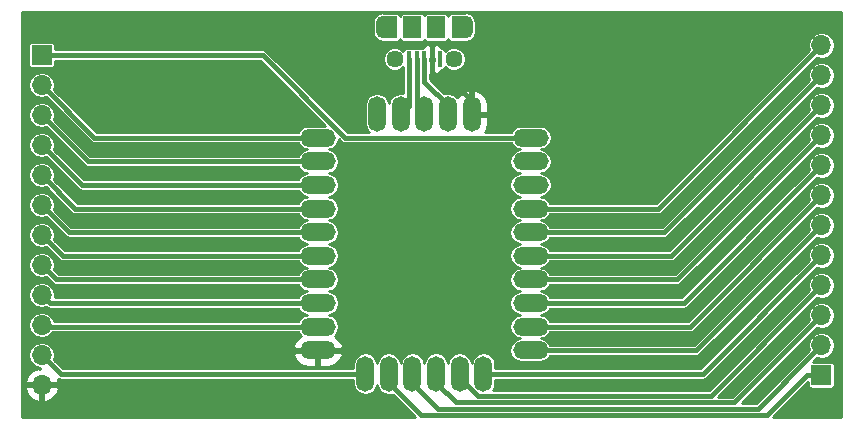
<source format=gbr>
G04 #@! TF.FileFunction,Copper,L2,Bot,Signal*
%FSLAX46Y46*%
G04 Gerber Fmt 4.6, Leading zero omitted, Abs format (unit mm)*
G04 Created by KiCad (PCBNEW 4.0.4-stable) date 07/06/18 22:55:52*
%MOMM*%
%LPD*%
G01*
G04 APERTURE LIST*
%ADD10C,0.100000*%
%ADD11R,1.700000X1.700000*%
%ADD12O,1.700000X1.700000*%
%ADD13R,1.500000X1.900000*%
%ADD14C,1.450000*%
%ADD15R,0.400000X1.350000*%
%ADD16O,1.200000X1.900000*%
%ADD17R,1.200000X1.900000*%
%ADD18O,3.000000X1.500000*%
%ADD19O,1.500000X3.000000*%
%ADD20C,0.600000*%
%ADD21C,0.400000*%
%ADD22C,0.254000*%
G04 APERTURE END LIST*
D10*
D11*
X102620000Y-69350000D03*
D12*
X102620000Y-71890000D03*
X102620000Y-74430000D03*
X102620000Y-76970000D03*
X102620000Y-79510000D03*
X102620000Y-82050000D03*
X102620000Y-84590000D03*
X102620000Y-87130000D03*
X102620000Y-89670000D03*
X102620000Y-92210000D03*
X102620000Y-94750000D03*
X102620000Y-97290000D03*
D13*
X136000000Y-67000000D03*
D14*
X132500000Y-69700000D03*
D15*
X134350000Y-69700000D03*
X133700000Y-69700000D03*
X136300000Y-69700000D03*
X135650000Y-69700000D03*
X135000000Y-69700000D03*
D14*
X137500000Y-69700000D03*
D13*
X134000000Y-67000000D03*
D16*
X131500000Y-67000000D03*
X138500000Y-67000000D03*
D17*
X137900000Y-67000000D03*
X132100000Y-67000000D03*
D18*
X144000000Y-86350000D03*
X144000000Y-84350000D03*
X144000000Y-82350000D03*
X144000000Y-80350000D03*
X144000000Y-92350000D03*
X144000000Y-88350000D03*
X144000000Y-94350000D03*
X144000000Y-90350000D03*
X144000000Y-78350000D03*
X144000000Y-76350000D03*
D19*
X140000000Y-96350000D03*
X138000000Y-96350000D03*
X136000000Y-96350000D03*
X134000000Y-96350000D03*
X132000000Y-96350000D03*
X130000000Y-96350000D03*
D18*
X126000000Y-82350000D03*
X126000000Y-80350000D03*
X126000000Y-84350000D03*
X126000000Y-86350000D03*
X126000000Y-78350000D03*
X126000000Y-76350000D03*
X126000000Y-92350000D03*
X126000000Y-94350000D03*
X126000000Y-88350000D03*
X126000000Y-90350000D03*
D19*
X137000000Y-74350000D03*
X133000000Y-74350000D03*
X139000000Y-74350000D03*
X135000000Y-74350000D03*
X131000000Y-74350000D03*
D11*
X168620000Y-96470000D03*
D12*
X168620000Y-93930000D03*
X168620000Y-91390000D03*
X168620000Y-88850000D03*
X168620000Y-86310000D03*
X168620000Y-83770000D03*
X168620000Y-81230000D03*
X168620000Y-78690000D03*
X168620000Y-76150000D03*
X168620000Y-73610000D03*
X168620000Y-71070000D03*
X168620000Y-68530000D03*
D20*
X123120000Y-94350000D03*
X137620000Y-71850000D03*
D21*
X126000000Y-94350000D02*
X123120000Y-94350000D01*
X137620000Y-71850000D02*
X139000000Y-73230000D01*
X139000000Y-73230000D02*
X139000000Y-74350000D01*
X135650000Y-69700000D02*
X135650000Y-70775000D01*
X135650000Y-70775000D02*
X136725000Y-71850000D01*
X136725000Y-71850000D02*
X137620000Y-71850000D01*
X144000000Y-86350000D02*
X155880000Y-86350000D01*
X155880000Y-86350000D02*
X168620000Y-73610000D01*
X144000000Y-84350000D02*
X155340000Y-84350000D01*
X155340000Y-84350000D02*
X168620000Y-71070000D01*
X144000000Y-82350000D02*
X154800000Y-82350000D01*
X154800000Y-82350000D02*
X168620000Y-68530000D01*
X144000000Y-92350000D02*
X157500000Y-92350000D01*
X157500000Y-92350000D02*
X168620000Y-81230000D01*
X144000000Y-88350000D02*
X156420000Y-88350000D01*
X156420000Y-88350000D02*
X168620000Y-76150000D01*
X144000000Y-94350000D02*
X158040000Y-94350000D01*
X158040000Y-94350000D02*
X168620000Y-83770000D01*
X144000000Y-90350000D02*
X156960000Y-90350000D01*
X156960000Y-90350000D02*
X168620000Y-78690000D01*
X102620000Y-69350000D02*
X121305649Y-69350000D01*
X121305649Y-69350000D02*
X128305649Y-76350000D01*
X128305649Y-76350000D02*
X142100000Y-76350000D01*
X142100000Y-76350000D02*
X144000000Y-76350000D01*
X140000000Y-96350000D02*
X158580000Y-96350000D01*
X158580000Y-96350000D02*
X168620000Y-86310000D01*
X139544361Y-98200010D02*
X159269990Y-98200010D01*
X138000000Y-96350000D02*
X138000000Y-96655649D01*
X138000000Y-96655649D02*
X139544361Y-98200010D01*
X159269990Y-98200010D02*
X167770001Y-89699999D01*
X167770001Y-89699999D02*
X168620000Y-88850000D01*
X136000000Y-97100000D02*
X137650021Y-98750021D01*
X161259979Y-98750021D02*
X167770001Y-92239999D01*
X167770001Y-92239999D02*
X168620000Y-91390000D01*
X136000000Y-96350000D02*
X136000000Y-97100000D01*
X137650021Y-98750021D02*
X161259979Y-98750021D01*
X167770001Y-94779999D02*
X168620000Y-93930000D01*
X136200032Y-99300032D02*
X163249968Y-99300032D01*
X134000000Y-97100000D02*
X136200032Y-99300032D01*
X134000000Y-96350000D02*
X134000000Y-97100000D01*
X163249968Y-99300032D02*
X167770001Y-94779999D01*
X167370000Y-96470000D02*
X168620000Y-96470000D01*
X163989957Y-99850043D02*
X167370000Y-96470000D01*
X134750043Y-99850043D02*
X163989957Y-99850043D01*
X132000000Y-97100000D02*
X134750043Y-99850043D01*
X132000000Y-96350000D02*
X132000000Y-97100000D01*
X130000000Y-96350000D02*
X104220000Y-96350000D01*
X104220000Y-96350000D02*
X102620000Y-94750000D01*
X126000000Y-82350000D02*
X105460000Y-82350000D01*
X105460000Y-82350000D02*
X102620000Y-79510000D01*
X126000000Y-80350000D02*
X106000000Y-80350000D01*
X106000000Y-80350000D02*
X102620000Y-76970000D01*
X126000000Y-84350000D02*
X104920000Y-84350000D01*
X104920000Y-84350000D02*
X102620000Y-82050000D01*
X126000000Y-86350000D02*
X104380000Y-86350000D01*
X104380000Y-86350000D02*
X102620000Y-84590000D01*
X126000000Y-78350000D02*
X106540000Y-78350000D01*
X106540000Y-78350000D02*
X102620000Y-74430000D01*
X126000000Y-76350000D02*
X107080000Y-76350000D01*
X107080000Y-76350000D02*
X102620000Y-71890000D01*
X126000000Y-92350000D02*
X102760000Y-92350000D01*
X102760000Y-92350000D02*
X102620000Y-92210000D01*
X126000000Y-88350000D02*
X103840000Y-88350000D01*
X103840000Y-88350000D02*
X102620000Y-87130000D01*
X126000000Y-90350000D02*
X103300000Y-90350000D01*
X103300000Y-90350000D02*
X102620000Y-89670000D01*
X134350000Y-69700000D02*
X134350000Y-73700000D01*
X134350000Y-73700000D02*
X135000000Y-74350000D01*
X135000000Y-69700000D02*
X135000000Y-71600000D01*
X135000000Y-71600000D02*
X137000000Y-73600000D01*
X137000000Y-73600000D02*
X137000000Y-74350000D01*
X133700000Y-69700000D02*
X133700000Y-73650000D01*
X133700000Y-73650000D02*
X133000000Y-74350000D01*
D22*
G36*
X170293000Y-100023000D02*
X164491580Y-100023000D01*
X167487574Y-97027006D01*
X167487574Y-97320000D01*
X167506889Y-97422650D01*
X167567555Y-97516927D01*
X167660120Y-97580175D01*
X167770000Y-97602426D01*
X169470000Y-97602426D01*
X169572650Y-97583111D01*
X169666927Y-97522445D01*
X169730175Y-97429880D01*
X169752426Y-97320000D01*
X169752426Y-95620000D01*
X169733111Y-95517350D01*
X169672445Y-95423073D01*
X169579880Y-95359825D01*
X169470000Y-95337574D01*
X167887006Y-95337574D01*
X168238978Y-94985602D01*
X168597921Y-95057000D01*
X168642079Y-95057000D01*
X169073363Y-94971212D01*
X169438988Y-94726909D01*
X169683291Y-94361284D01*
X169769079Y-93930000D01*
X169683291Y-93498716D01*
X169438988Y-93133091D01*
X169073363Y-92888788D01*
X168642079Y-92803000D01*
X168597921Y-92803000D01*
X168166637Y-92888788D01*
X167801012Y-93133091D01*
X167556709Y-93498716D01*
X167470921Y-93930000D01*
X167549646Y-94325774D01*
X163052388Y-98823032D01*
X161861548Y-98823032D01*
X168238978Y-92445602D01*
X168597921Y-92517000D01*
X168642079Y-92517000D01*
X169073363Y-92431212D01*
X169438988Y-92186909D01*
X169683291Y-91821284D01*
X169769079Y-91390000D01*
X169683291Y-90958716D01*
X169438988Y-90593091D01*
X169073363Y-90348788D01*
X168642079Y-90263000D01*
X168597921Y-90263000D01*
X168166637Y-90348788D01*
X167801012Y-90593091D01*
X167556709Y-90958716D01*
X167470921Y-91390000D01*
X167549646Y-91785774D01*
X161062399Y-98273021D01*
X159871559Y-98273021D01*
X168238978Y-89905602D01*
X168597921Y-89977000D01*
X168642079Y-89977000D01*
X169073363Y-89891212D01*
X169438988Y-89646909D01*
X169683291Y-89281284D01*
X169769079Y-88850000D01*
X169683291Y-88418716D01*
X169438988Y-88053091D01*
X169073363Y-87808788D01*
X168642079Y-87723000D01*
X168597921Y-87723000D01*
X168166637Y-87808788D01*
X167801012Y-88053091D01*
X167556709Y-88418716D01*
X167470921Y-88850000D01*
X167549646Y-89245774D01*
X159072410Y-97723010D01*
X140818409Y-97723010D01*
X140948824Y-97527829D01*
X141027000Y-97134813D01*
X141027000Y-96827000D01*
X158580000Y-96827000D01*
X158762540Y-96790691D01*
X158917290Y-96687290D01*
X168238978Y-87365602D01*
X168597921Y-87437000D01*
X168642079Y-87437000D01*
X169073363Y-87351212D01*
X169438988Y-87106909D01*
X169683291Y-86741284D01*
X169769079Y-86310000D01*
X169683291Y-85878716D01*
X169438988Y-85513091D01*
X169073363Y-85268788D01*
X168642079Y-85183000D01*
X168597921Y-85183000D01*
X168166637Y-85268788D01*
X167801012Y-85513091D01*
X167556709Y-85878716D01*
X167470921Y-86310000D01*
X167549646Y-86705774D01*
X158382420Y-95873000D01*
X141027000Y-95873000D01*
X141027000Y-95565187D01*
X140948824Y-95172171D01*
X140726199Y-94838988D01*
X140393016Y-94616363D01*
X140000000Y-94538187D01*
X139606984Y-94616363D01*
X139273801Y-94838988D01*
X139051176Y-95172171D01*
X139000000Y-95429449D01*
X138948824Y-95172171D01*
X138726199Y-94838988D01*
X138393016Y-94616363D01*
X138000000Y-94538187D01*
X137606984Y-94616363D01*
X137273801Y-94838988D01*
X137051176Y-95172171D01*
X137000000Y-95429449D01*
X136948824Y-95172171D01*
X136726199Y-94838988D01*
X136393016Y-94616363D01*
X136000000Y-94538187D01*
X135606984Y-94616363D01*
X135273801Y-94838988D01*
X135051176Y-95172171D01*
X135000000Y-95429449D01*
X134948824Y-95172171D01*
X134726199Y-94838988D01*
X134393016Y-94616363D01*
X134000000Y-94538187D01*
X133606984Y-94616363D01*
X133273801Y-94838988D01*
X133051176Y-95172171D01*
X133000000Y-95429449D01*
X132948824Y-95172171D01*
X132726199Y-94838988D01*
X132393016Y-94616363D01*
X132000000Y-94538187D01*
X131606984Y-94616363D01*
X131273801Y-94838988D01*
X131051176Y-95172171D01*
X131000000Y-95429449D01*
X130948824Y-95172171D01*
X130726199Y-94838988D01*
X130393016Y-94616363D01*
X130000000Y-94538187D01*
X129606984Y-94616363D01*
X129273801Y-94838988D01*
X129051176Y-95172171D01*
X128973000Y-95565187D01*
X128973000Y-95873000D01*
X104417580Y-95873000D01*
X103690354Y-95145774D01*
X103769079Y-94750000D01*
X103757380Y-94691185D01*
X123907682Y-94691185D01*
X123921827Y-94762684D01*
X124180855Y-95239540D01*
X124602651Y-95580972D01*
X125123000Y-95735000D01*
X125873000Y-95735000D01*
X125873000Y-94477000D01*
X126127000Y-94477000D01*
X126127000Y-95735000D01*
X126877000Y-95735000D01*
X127397349Y-95580972D01*
X127819145Y-95239540D01*
X128078173Y-94762684D01*
X128092318Y-94691185D01*
X127969656Y-94477000D01*
X126127000Y-94477000D01*
X125873000Y-94477000D01*
X124030344Y-94477000D01*
X123907682Y-94691185D01*
X103757380Y-94691185D01*
X103683291Y-94318716D01*
X103438988Y-93953091D01*
X103073363Y-93708788D01*
X102642079Y-93623000D01*
X102597921Y-93623000D01*
X102166637Y-93708788D01*
X101801012Y-93953091D01*
X101556709Y-94318716D01*
X101470921Y-94750000D01*
X101556709Y-95181284D01*
X101801012Y-95546909D01*
X102166637Y-95791212D01*
X102492998Y-95856129D01*
X102492998Y-95969180D01*
X102263108Y-95848514D01*
X101738642Y-96094817D01*
X101348355Y-96523076D01*
X101178524Y-96933110D01*
X101299845Y-97163000D01*
X102493000Y-97163000D01*
X102493000Y-97143000D01*
X102747000Y-97143000D01*
X102747000Y-97163000D01*
X103940155Y-97163000D01*
X104061476Y-96933110D01*
X103989106Y-96758382D01*
X104037460Y-96790691D01*
X104220000Y-96827000D01*
X128973000Y-96827000D01*
X128973000Y-97134813D01*
X129051176Y-97527829D01*
X129273801Y-97861012D01*
X129606984Y-98083637D01*
X130000000Y-98161813D01*
X130393016Y-98083637D01*
X130726199Y-97861012D01*
X130948824Y-97527829D01*
X131000000Y-97270551D01*
X131051176Y-97527829D01*
X131273801Y-97861012D01*
X131606984Y-98083637D01*
X132000000Y-98161813D01*
X132322987Y-98097567D01*
X134248420Y-100023000D01*
X100947000Y-100023000D01*
X100947000Y-97646890D01*
X101178524Y-97646890D01*
X101348355Y-98056924D01*
X101738642Y-98485183D01*
X102263108Y-98731486D01*
X102493000Y-98610819D01*
X102493000Y-97417000D01*
X102747000Y-97417000D01*
X102747000Y-98610819D01*
X102976892Y-98731486D01*
X103501358Y-98485183D01*
X103891645Y-98056924D01*
X104061476Y-97646890D01*
X103940155Y-97417000D01*
X102747000Y-97417000D01*
X102493000Y-97417000D01*
X101299845Y-97417000D01*
X101178524Y-97646890D01*
X100947000Y-97646890D01*
X100947000Y-71890000D01*
X101470921Y-71890000D01*
X101556709Y-72321284D01*
X101801012Y-72686909D01*
X102166637Y-72931212D01*
X102597921Y-73017000D01*
X102642079Y-73017000D01*
X103001022Y-72945602D01*
X106742710Y-76687290D01*
X106897459Y-76790691D01*
X107080000Y-76827000D01*
X124322479Y-76827000D01*
X124488988Y-77076199D01*
X124822171Y-77298824D01*
X125079449Y-77350000D01*
X124822171Y-77401176D01*
X124488988Y-77623801D01*
X124322479Y-77873000D01*
X106737580Y-77873000D01*
X103690354Y-74825774D01*
X103769079Y-74430000D01*
X103683291Y-73998716D01*
X103438988Y-73633091D01*
X103073363Y-73388788D01*
X102642079Y-73303000D01*
X102597921Y-73303000D01*
X102166637Y-73388788D01*
X101801012Y-73633091D01*
X101556709Y-73998716D01*
X101470921Y-74430000D01*
X101556709Y-74861284D01*
X101801012Y-75226909D01*
X102166637Y-75471212D01*
X102597921Y-75557000D01*
X102642079Y-75557000D01*
X103001022Y-75485602D01*
X106202710Y-78687290D01*
X106357460Y-78790691D01*
X106540000Y-78827000D01*
X124322479Y-78827000D01*
X124488988Y-79076199D01*
X124822171Y-79298824D01*
X125079449Y-79350000D01*
X124822171Y-79401176D01*
X124488988Y-79623801D01*
X124322479Y-79873000D01*
X106197580Y-79873000D01*
X103690354Y-77365774D01*
X103769079Y-76970000D01*
X103683291Y-76538716D01*
X103438988Y-76173091D01*
X103073363Y-75928788D01*
X102642079Y-75843000D01*
X102597921Y-75843000D01*
X102166637Y-75928788D01*
X101801012Y-76173091D01*
X101556709Y-76538716D01*
X101470921Y-76970000D01*
X101556709Y-77401284D01*
X101801012Y-77766909D01*
X102166637Y-78011212D01*
X102597921Y-78097000D01*
X102642079Y-78097000D01*
X103001022Y-78025602D01*
X105662710Y-80687290D01*
X105817460Y-80790691D01*
X106000000Y-80827000D01*
X124322479Y-80827000D01*
X124488988Y-81076199D01*
X124822171Y-81298824D01*
X125079449Y-81350000D01*
X124822171Y-81401176D01*
X124488988Y-81623801D01*
X124322479Y-81873000D01*
X105657580Y-81873000D01*
X103690354Y-79905774D01*
X103769079Y-79510000D01*
X103683291Y-79078716D01*
X103438988Y-78713091D01*
X103073363Y-78468788D01*
X102642079Y-78383000D01*
X102597921Y-78383000D01*
X102166637Y-78468788D01*
X101801012Y-78713091D01*
X101556709Y-79078716D01*
X101470921Y-79510000D01*
X101556709Y-79941284D01*
X101801012Y-80306909D01*
X102166637Y-80551212D01*
X102597921Y-80637000D01*
X102642079Y-80637000D01*
X103001022Y-80565602D01*
X105122710Y-82687290D01*
X105277460Y-82790691D01*
X105460000Y-82827000D01*
X124322479Y-82827000D01*
X124488988Y-83076199D01*
X124822171Y-83298824D01*
X125079449Y-83350000D01*
X124822171Y-83401176D01*
X124488988Y-83623801D01*
X124322479Y-83873000D01*
X105117580Y-83873000D01*
X103690354Y-82445774D01*
X103769079Y-82050000D01*
X103683291Y-81618716D01*
X103438988Y-81253091D01*
X103073363Y-81008788D01*
X102642079Y-80923000D01*
X102597921Y-80923000D01*
X102166637Y-81008788D01*
X101801012Y-81253091D01*
X101556709Y-81618716D01*
X101470921Y-82050000D01*
X101556709Y-82481284D01*
X101801012Y-82846909D01*
X102166637Y-83091212D01*
X102597921Y-83177000D01*
X102642079Y-83177000D01*
X103001022Y-83105602D01*
X104582710Y-84687290D01*
X104737460Y-84790691D01*
X104920000Y-84827000D01*
X124322479Y-84827000D01*
X124488988Y-85076199D01*
X124822171Y-85298824D01*
X125079449Y-85350000D01*
X124822171Y-85401176D01*
X124488988Y-85623801D01*
X124322479Y-85873000D01*
X104577580Y-85873000D01*
X103690354Y-84985774D01*
X103769079Y-84590000D01*
X103683291Y-84158716D01*
X103438988Y-83793091D01*
X103073363Y-83548788D01*
X102642079Y-83463000D01*
X102597921Y-83463000D01*
X102166637Y-83548788D01*
X101801012Y-83793091D01*
X101556709Y-84158716D01*
X101470921Y-84590000D01*
X101556709Y-85021284D01*
X101801012Y-85386909D01*
X102166637Y-85631212D01*
X102597921Y-85717000D01*
X102642079Y-85717000D01*
X103001022Y-85645602D01*
X104042710Y-86687290D01*
X104197460Y-86790691D01*
X104380000Y-86827000D01*
X124322479Y-86827000D01*
X124488988Y-87076199D01*
X124822171Y-87298824D01*
X125079449Y-87350000D01*
X124822171Y-87401176D01*
X124488988Y-87623801D01*
X124322479Y-87873000D01*
X104037580Y-87873000D01*
X103690354Y-87525774D01*
X103769079Y-87130000D01*
X103683291Y-86698716D01*
X103438988Y-86333091D01*
X103073363Y-86088788D01*
X102642079Y-86003000D01*
X102597921Y-86003000D01*
X102166637Y-86088788D01*
X101801012Y-86333091D01*
X101556709Y-86698716D01*
X101470921Y-87130000D01*
X101556709Y-87561284D01*
X101801012Y-87926909D01*
X102166637Y-88171212D01*
X102597921Y-88257000D01*
X102642079Y-88257000D01*
X103001022Y-88185602D01*
X103502710Y-88687290D01*
X103657460Y-88790691D01*
X103840000Y-88827000D01*
X124322479Y-88827000D01*
X124488988Y-89076199D01*
X124822171Y-89298824D01*
X125079449Y-89350000D01*
X124822171Y-89401176D01*
X124488988Y-89623801D01*
X124322479Y-89873000D01*
X103728700Y-89873000D01*
X103769079Y-89670000D01*
X103683291Y-89238716D01*
X103438988Y-88873091D01*
X103073363Y-88628788D01*
X102642079Y-88543000D01*
X102597921Y-88543000D01*
X102166637Y-88628788D01*
X101801012Y-88873091D01*
X101556709Y-89238716D01*
X101470921Y-89670000D01*
X101556709Y-90101284D01*
X101801012Y-90466909D01*
X102166637Y-90711212D01*
X102597921Y-90797000D01*
X102642079Y-90797000D01*
X103015683Y-90722685D01*
X103117460Y-90790691D01*
X103300000Y-90827000D01*
X124322479Y-90827000D01*
X124488988Y-91076199D01*
X124822171Y-91298824D01*
X125079449Y-91350000D01*
X124822171Y-91401176D01*
X124488988Y-91623801D01*
X124322479Y-91873000D01*
X103702045Y-91873000D01*
X103683291Y-91778716D01*
X103438988Y-91413091D01*
X103073363Y-91168788D01*
X102642079Y-91083000D01*
X102597921Y-91083000D01*
X102166637Y-91168788D01*
X101801012Y-91413091D01*
X101556709Y-91778716D01*
X101470921Y-92210000D01*
X101556709Y-92641284D01*
X101801012Y-93006909D01*
X102166637Y-93251212D01*
X102597921Y-93337000D01*
X102642079Y-93337000D01*
X103073363Y-93251212D01*
X103438988Y-93006909D01*
X103559199Y-92827000D01*
X124322479Y-92827000D01*
X124488988Y-93076199D01*
X124580238Y-93137170D01*
X124180855Y-93460460D01*
X123921827Y-93937316D01*
X123907682Y-94008815D01*
X124030344Y-94223000D01*
X125873000Y-94223000D01*
X125873000Y-94203000D01*
X126127000Y-94203000D01*
X126127000Y-94223000D01*
X127969656Y-94223000D01*
X128092318Y-94008815D01*
X128078173Y-93937316D01*
X127819145Y-93460460D01*
X127419762Y-93137170D01*
X127511012Y-93076199D01*
X127733637Y-92743016D01*
X127811813Y-92350000D01*
X127733637Y-91956984D01*
X127511012Y-91623801D01*
X127177829Y-91401176D01*
X126920551Y-91350000D01*
X127177829Y-91298824D01*
X127511012Y-91076199D01*
X127733637Y-90743016D01*
X127811813Y-90350000D01*
X127733637Y-89956984D01*
X127511012Y-89623801D01*
X127177829Y-89401176D01*
X126920551Y-89350000D01*
X127177829Y-89298824D01*
X127511012Y-89076199D01*
X127733637Y-88743016D01*
X127811813Y-88350000D01*
X127733637Y-87956984D01*
X127511012Y-87623801D01*
X127177829Y-87401176D01*
X126920551Y-87350000D01*
X127177829Y-87298824D01*
X127511012Y-87076199D01*
X127733637Y-86743016D01*
X127811813Y-86350000D01*
X127733637Y-85956984D01*
X127511012Y-85623801D01*
X127177829Y-85401176D01*
X126920551Y-85350000D01*
X127177829Y-85298824D01*
X127511012Y-85076199D01*
X127733637Y-84743016D01*
X127811813Y-84350000D01*
X127733637Y-83956984D01*
X127511012Y-83623801D01*
X127177829Y-83401176D01*
X126920551Y-83350000D01*
X127177829Y-83298824D01*
X127511012Y-83076199D01*
X127733637Y-82743016D01*
X127811813Y-82350000D01*
X127733637Y-81956984D01*
X127511012Y-81623801D01*
X127177829Y-81401176D01*
X126920551Y-81350000D01*
X127177829Y-81298824D01*
X127511012Y-81076199D01*
X127733637Y-80743016D01*
X127811813Y-80350000D01*
X127733637Y-79956984D01*
X127511012Y-79623801D01*
X127177829Y-79401176D01*
X126920551Y-79350000D01*
X127177829Y-79298824D01*
X127511012Y-79076199D01*
X127733637Y-78743016D01*
X127811813Y-78350000D01*
X127733637Y-77956984D01*
X127511012Y-77623801D01*
X127177829Y-77401176D01*
X126920551Y-77350000D01*
X127177829Y-77298824D01*
X127511012Y-77076199D01*
X127733637Y-76743016D01*
X127781826Y-76500757D01*
X127968359Y-76687290D01*
X128123109Y-76790691D01*
X128305649Y-76827000D01*
X142322479Y-76827000D01*
X142488988Y-77076199D01*
X142822171Y-77298824D01*
X143079449Y-77350000D01*
X142822171Y-77401176D01*
X142488988Y-77623801D01*
X142266363Y-77956984D01*
X142188187Y-78350000D01*
X142266363Y-78743016D01*
X142488988Y-79076199D01*
X142822171Y-79298824D01*
X143079449Y-79350000D01*
X142822171Y-79401176D01*
X142488988Y-79623801D01*
X142266363Y-79956984D01*
X142188187Y-80350000D01*
X142266363Y-80743016D01*
X142488988Y-81076199D01*
X142822171Y-81298824D01*
X143079449Y-81350000D01*
X142822171Y-81401176D01*
X142488988Y-81623801D01*
X142266363Y-81956984D01*
X142188187Y-82350000D01*
X142266363Y-82743016D01*
X142488988Y-83076199D01*
X142822171Y-83298824D01*
X143079449Y-83350000D01*
X142822171Y-83401176D01*
X142488988Y-83623801D01*
X142266363Y-83956984D01*
X142188187Y-84350000D01*
X142266363Y-84743016D01*
X142488988Y-85076199D01*
X142822171Y-85298824D01*
X143079449Y-85350000D01*
X142822171Y-85401176D01*
X142488988Y-85623801D01*
X142266363Y-85956984D01*
X142188187Y-86350000D01*
X142266363Y-86743016D01*
X142488988Y-87076199D01*
X142822171Y-87298824D01*
X143079449Y-87350000D01*
X142822171Y-87401176D01*
X142488988Y-87623801D01*
X142266363Y-87956984D01*
X142188187Y-88350000D01*
X142266363Y-88743016D01*
X142488988Y-89076199D01*
X142822171Y-89298824D01*
X143079449Y-89350000D01*
X142822171Y-89401176D01*
X142488988Y-89623801D01*
X142266363Y-89956984D01*
X142188187Y-90350000D01*
X142266363Y-90743016D01*
X142488988Y-91076199D01*
X142822171Y-91298824D01*
X143079449Y-91350000D01*
X142822171Y-91401176D01*
X142488988Y-91623801D01*
X142266363Y-91956984D01*
X142188187Y-92350000D01*
X142266363Y-92743016D01*
X142488988Y-93076199D01*
X142822171Y-93298824D01*
X143079449Y-93350000D01*
X142822171Y-93401176D01*
X142488988Y-93623801D01*
X142266363Y-93956984D01*
X142188187Y-94350000D01*
X142266363Y-94743016D01*
X142488988Y-95076199D01*
X142822171Y-95298824D01*
X143215187Y-95377000D01*
X144784813Y-95377000D01*
X145177829Y-95298824D01*
X145511012Y-95076199D01*
X145677521Y-94827000D01*
X158040000Y-94827000D01*
X158222540Y-94790691D01*
X158377290Y-94687290D01*
X168238978Y-84825602D01*
X168597921Y-84897000D01*
X168642079Y-84897000D01*
X169073363Y-84811212D01*
X169438988Y-84566909D01*
X169683291Y-84201284D01*
X169769079Y-83770000D01*
X169683291Y-83338716D01*
X169438988Y-82973091D01*
X169073363Y-82728788D01*
X168642079Y-82643000D01*
X168597921Y-82643000D01*
X168166637Y-82728788D01*
X167801012Y-82973091D01*
X167556709Y-83338716D01*
X167470921Y-83770000D01*
X167549646Y-84165774D01*
X157842420Y-93873000D01*
X145677521Y-93873000D01*
X145511012Y-93623801D01*
X145177829Y-93401176D01*
X144920551Y-93350000D01*
X145177829Y-93298824D01*
X145511012Y-93076199D01*
X145677521Y-92827000D01*
X157500000Y-92827000D01*
X157682540Y-92790691D01*
X157837290Y-92687290D01*
X168238978Y-82285602D01*
X168597921Y-82357000D01*
X168642079Y-82357000D01*
X169073363Y-82271212D01*
X169438988Y-82026909D01*
X169683291Y-81661284D01*
X169769079Y-81230000D01*
X169683291Y-80798716D01*
X169438988Y-80433091D01*
X169073363Y-80188788D01*
X168642079Y-80103000D01*
X168597921Y-80103000D01*
X168166637Y-80188788D01*
X167801012Y-80433091D01*
X167556709Y-80798716D01*
X167470921Y-81230000D01*
X167549646Y-81625774D01*
X157302420Y-91873000D01*
X145677521Y-91873000D01*
X145511012Y-91623801D01*
X145177829Y-91401176D01*
X144920551Y-91350000D01*
X145177829Y-91298824D01*
X145511012Y-91076199D01*
X145677521Y-90827000D01*
X156960000Y-90827000D01*
X157142540Y-90790691D01*
X157297290Y-90687290D01*
X168238978Y-79745602D01*
X168597921Y-79817000D01*
X168642079Y-79817000D01*
X169073363Y-79731212D01*
X169438988Y-79486909D01*
X169683291Y-79121284D01*
X169769079Y-78690000D01*
X169683291Y-78258716D01*
X169438988Y-77893091D01*
X169073363Y-77648788D01*
X168642079Y-77563000D01*
X168597921Y-77563000D01*
X168166637Y-77648788D01*
X167801012Y-77893091D01*
X167556709Y-78258716D01*
X167470921Y-78690000D01*
X167549646Y-79085774D01*
X156762420Y-89873000D01*
X145677521Y-89873000D01*
X145511012Y-89623801D01*
X145177829Y-89401176D01*
X144920551Y-89350000D01*
X145177829Y-89298824D01*
X145511012Y-89076199D01*
X145677521Y-88827000D01*
X156420000Y-88827000D01*
X156602540Y-88790691D01*
X156757290Y-88687290D01*
X168238978Y-77205602D01*
X168597921Y-77277000D01*
X168642079Y-77277000D01*
X169073363Y-77191212D01*
X169438988Y-76946909D01*
X169683291Y-76581284D01*
X169769079Y-76150000D01*
X169683291Y-75718716D01*
X169438988Y-75353091D01*
X169073363Y-75108788D01*
X168642079Y-75023000D01*
X168597921Y-75023000D01*
X168166637Y-75108788D01*
X167801012Y-75353091D01*
X167556709Y-75718716D01*
X167470921Y-76150000D01*
X167549646Y-76545774D01*
X156222420Y-87873000D01*
X145677521Y-87873000D01*
X145511012Y-87623801D01*
X145177829Y-87401176D01*
X144920551Y-87350000D01*
X145177829Y-87298824D01*
X145511012Y-87076199D01*
X145677521Y-86827000D01*
X155880000Y-86827000D01*
X156062540Y-86790691D01*
X156217290Y-86687290D01*
X168238978Y-74665602D01*
X168597921Y-74737000D01*
X168642079Y-74737000D01*
X169073363Y-74651212D01*
X169438988Y-74406909D01*
X169683291Y-74041284D01*
X169769079Y-73610000D01*
X169683291Y-73178716D01*
X169438988Y-72813091D01*
X169073363Y-72568788D01*
X168642079Y-72483000D01*
X168597921Y-72483000D01*
X168166637Y-72568788D01*
X167801012Y-72813091D01*
X167556709Y-73178716D01*
X167470921Y-73610000D01*
X167549646Y-74005774D01*
X155682420Y-85873000D01*
X145677521Y-85873000D01*
X145511012Y-85623801D01*
X145177829Y-85401176D01*
X144920551Y-85350000D01*
X145177829Y-85298824D01*
X145511012Y-85076199D01*
X145677521Y-84827000D01*
X155340000Y-84827000D01*
X155522540Y-84790691D01*
X155677290Y-84687290D01*
X168238978Y-72125602D01*
X168597921Y-72197000D01*
X168642079Y-72197000D01*
X169073363Y-72111212D01*
X169438988Y-71866909D01*
X169683291Y-71501284D01*
X169769079Y-71070000D01*
X169683291Y-70638716D01*
X169438988Y-70273091D01*
X169073363Y-70028788D01*
X168642079Y-69943000D01*
X168597921Y-69943000D01*
X168166637Y-70028788D01*
X167801012Y-70273091D01*
X167556709Y-70638716D01*
X167470921Y-71070000D01*
X167549646Y-71465774D01*
X155142420Y-83873000D01*
X145677521Y-83873000D01*
X145511012Y-83623801D01*
X145177829Y-83401176D01*
X144920551Y-83350000D01*
X145177829Y-83298824D01*
X145511012Y-83076199D01*
X145677521Y-82827000D01*
X154800000Y-82827000D01*
X154982540Y-82790691D01*
X155137290Y-82687290D01*
X168238978Y-69585602D01*
X168597921Y-69657000D01*
X168642079Y-69657000D01*
X169073363Y-69571212D01*
X169438988Y-69326909D01*
X169683291Y-68961284D01*
X169769079Y-68530000D01*
X169683291Y-68098716D01*
X169438988Y-67733091D01*
X169073363Y-67488788D01*
X168642079Y-67403000D01*
X168597921Y-67403000D01*
X168166637Y-67488788D01*
X167801012Y-67733091D01*
X167556709Y-68098716D01*
X167470921Y-68530000D01*
X167549646Y-68925774D01*
X154602420Y-81873000D01*
X145677521Y-81873000D01*
X145511012Y-81623801D01*
X145177829Y-81401176D01*
X144920551Y-81350000D01*
X145177829Y-81298824D01*
X145511012Y-81076199D01*
X145733637Y-80743016D01*
X145811813Y-80350000D01*
X145733637Y-79956984D01*
X145511012Y-79623801D01*
X145177829Y-79401176D01*
X144920551Y-79350000D01*
X145177829Y-79298824D01*
X145511012Y-79076199D01*
X145733637Y-78743016D01*
X145811813Y-78350000D01*
X145733637Y-77956984D01*
X145511012Y-77623801D01*
X145177829Y-77401176D01*
X144920551Y-77350000D01*
X145177829Y-77298824D01*
X145511012Y-77076199D01*
X145733637Y-76743016D01*
X145811813Y-76350000D01*
X145733637Y-75956984D01*
X145511012Y-75623801D01*
X145177829Y-75401176D01*
X144784813Y-75323000D01*
X143215187Y-75323000D01*
X142822171Y-75401176D01*
X142488988Y-75623801D01*
X142322479Y-75873000D01*
X140129261Y-75873000D01*
X140230972Y-75747349D01*
X140385000Y-75227000D01*
X140385000Y-74477000D01*
X139127000Y-74477000D01*
X139127000Y-74497000D01*
X138873000Y-74497000D01*
X138873000Y-74477000D01*
X138853000Y-74477000D01*
X138853000Y-74223000D01*
X138873000Y-74223000D01*
X138873000Y-72380344D01*
X139127000Y-72380344D01*
X139127000Y-74223000D01*
X140385000Y-74223000D01*
X140385000Y-73473000D01*
X140230972Y-72952651D01*
X139889540Y-72530855D01*
X139412684Y-72271827D01*
X139341185Y-72257682D01*
X139127000Y-72380344D01*
X138873000Y-72380344D01*
X138658815Y-72257682D01*
X138587316Y-72271827D01*
X138110460Y-72530855D01*
X137787170Y-72930238D01*
X137726199Y-72838988D01*
X137393016Y-72616363D01*
X137000000Y-72538187D01*
X136677013Y-72602433D01*
X135477000Y-71402420D01*
X135477000Y-70924250D01*
X135550000Y-70851250D01*
X135550000Y-69827000D01*
X135503000Y-69827000D01*
X135503000Y-69573000D01*
X135550000Y-69573000D01*
X135550000Y-68548750D01*
X135750000Y-68548750D01*
X135750000Y-69573000D01*
X135797000Y-69573000D01*
X135797000Y-69827000D01*
X135750000Y-69827000D01*
X135750000Y-70851250D01*
X135908750Y-71010000D01*
X135976309Y-71010000D01*
X136209698Y-70913327D01*
X136388327Y-70734699D01*
X136420335Y-70657426D01*
X136500000Y-70657426D01*
X136602650Y-70638111D01*
X136696927Y-70577445D01*
X136760175Y-70484880D01*
X136778309Y-70395328D01*
X136931672Y-70548959D01*
X137299816Y-70701825D01*
X137698436Y-70702173D01*
X138066846Y-70549949D01*
X138348959Y-70268328D01*
X138501825Y-69900184D01*
X138502173Y-69501564D01*
X138349949Y-69133154D01*
X138068328Y-68851041D01*
X137700184Y-68698175D01*
X137301564Y-68697827D01*
X136933154Y-68850051D01*
X136778548Y-69004388D01*
X136763111Y-68922350D01*
X136702445Y-68828073D01*
X136609880Y-68764825D01*
X136500000Y-68742574D01*
X136420335Y-68742574D01*
X136388327Y-68665301D01*
X136209698Y-68486673D01*
X135976309Y-68390000D01*
X135908750Y-68390000D01*
X135750000Y-68548750D01*
X135550000Y-68548750D01*
X135391250Y-68390000D01*
X135323691Y-68390000D01*
X135090302Y-68486673D01*
X134911673Y-68665301D01*
X134879665Y-68742574D01*
X134800000Y-68742574D01*
X134697350Y-68761889D01*
X134675840Y-68775730D01*
X134659880Y-68764825D01*
X134550000Y-68742574D01*
X134150000Y-68742574D01*
X134047350Y-68761889D01*
X134025840Y-68775730D01*
X134009880Y-68764825D01*
X133900000Y-68742574D01*
X133500000Y-68742574D01*
X133397350Y-68761889D01*
X133303073Y-68822555D01*
X133239825Y-68915120D01*
X133221691Y-69004672D01*
X133068328Y-68851041D01*
X132700184Y-68698175D01*
X132301564Y-68697827D01*
X131933154Y-68850051D01*
X131651041Y-69131672D01*
X131498175Y-69499816D01*
X131497827Y-69898436D01*
X131650051Y-70266846D01*
X131931672Y-70548959D01*
X132299816Y-70701825D01*
X132698436Y-70702173D01*
X133066846Y-70549949D01*
X133221452Y-70395612D01*
X133223000Y-70403837D01*
X133223000Y-72582545D01*
X133000000Y-72538187D01*
X132606984Y-72616363D01*
X132273801Y-72838988D01*
X132051176Y-73172171D01*
X132000000Y-73429449D01*
X131948824Y-73172171D01*
X131726199Y-72838988D01*
X131393016Y-72616363D01*
X131000000Y-72538187D01*
X130606984Y-72616363D01*
X130273801Y-72838988D01*
X130051176Y-73172171D01*
X129973000Y-73565187D01*
X129973000Y-75134813D01*
X130051176Y-75527829D01*
X130273801Y-75861012D01*
X130291742Y-75873000D01*
X128503229Y-75873000D01*
X121642939Y-69012710D01*
X121488189Y-68909309D01*
X121305649Y-68873000D01*
X103752426Y-68873000D01*
X103752426Y-68500000D01*
X103733111Y-68397350D01*
X103672445Y-68303073D01*
X103579880Y-68239825D01*
X103470000Y-68217574D01*
X101770000Y-68217574D01*
X101667350Y-68236889D01*
X101573073Y-68297555D01*
X101509825Y-68390120D01*
X101487574Y-68500000D01*
X101487574Y-70200000D01*
X101506889Y-70302650D01*
X101567555Y-70396927D01*
X101660120Y-70460175D01*
X101770000Y-70482426D01*
X103470000Y-70482426D01*
X103572650Y-70463111D01*
X103666927Y-70402445D01*
X103730175Y-70309880D01*
X103752426Y-70200000D01*
X103752426Y-69827000D01*
X121108069Y-69827000D01*
X126604069Y-75323000D01*
X125215187Y-75323000D01*
X124822171Y-75401176D01*
X124488988Y-75623801D01*
X124322479Y-75873000D01*
X107277580Y-75873000D01*
X103690354Y-72285774D01*
X103769079Y-71890000D01*
X103683291Y-71458716D01*
X103438988Y-71093091D01*
X103073363Y-70848788D01*
X102642079Y-70763000D01*
X102597921Y-70763000D01*
X102166637Y-70848788D01*
X101801012Y-71093091D01*
X101556709Y-71458716D01*
X101470921Y-71890000D01*
X100947000Y-71890000D01*
X100947000Y-66625962D01*
X130623000Y-66625962D01*
X130623000Y-67374038D01*
X130689758Y-67709651D01*
X130879867Y-67994171D01*
X131164387Y-68184280D01*
X131500000Y-68251038D01*
X131593568Y-68232426D01*
X132700000Y-68232426D01*
X132802650Y-68213111D01*
X132896927Y-68152445D01*
X132960175Y-68059880D01*
X132974727Y-67988017D01*
X132986889Y-68052650D01*
X133047555Y-68146927D01*
X133140120Y-68210175D01*
X133250000Y-68232426D01*
X134750000Y-68232426D01*
X134852650Y-68213111D01*
X134946927Y-68152445D01*
X135000579Y-68073924D01*
X135047555Y-68146927D01*
X135140120Y-68210175D01*
X135250000Y-68232426D01*
X136750000Y-68232426D01*
X136852650Y-68213111D01*
X136946927Y-68152445D01*
X137010175Y-68059880D01*
X137024727Y-67988017D01*
X137036889Y-68052650D01*
X137097555Y-68146927D01*
X137190120Y-68210175D01*
X137300000Y-68232426D01*
X138406432Y-68232426D01*
X138500000Y-68251038D01*
X138835613Y-68184280D01*
X139120133Y-67994171D01*
X139310242Y-67709651D01*
X139377000Y-67374038D01*
X139377000Y-66625962D01*
X139310242Y-66290349D01*
X139120133Y-66005829D01*
X138835613Y-65815720D01*
X138500000Y-65748962D01*
X138406432Y-65767574D01*
X137300000Y-65767574D01*
X137197350Y-65786889D01*
X137103073Y-65847555D01*
X137039825Y-65940120D01*
X137025273Y-66011983D01*
X137013111Y-65947350D01*
X136952445Y-65853073D01*
X136859880Y-65789825D01*
X136750000Y-65767574D01*
X135250000Y-65767574D01*
X135147350Y-65786889D01*
X135053073Y-65847555D01*
X134999421Y-65926076D01*
X134952445Y-65853073D01*
X134859880Y-65789825D01*
X134750000Y-65767574D01*
X133250000Y-65767574D01*
X133147350Y-65786889D01*
X133053073Y-65847555D01*
X132989825Y-65940120D01*
X132975273Y-66011983D01*
X132963111Y-65947350D01*
X132902445Y-65853073D01*
X132809880Y-65789825D01*
X132700000Y-65767574D01*
X131593568Y-65767574D01*
X131500000Y-65748962D01*
X131164387Y-65815720D01*
X130879867Y-66005829D01*
X130689758Y-66290349D01*
X130623000Y-66625962D01*
X100947000Y-66625962D01*
X100947000Y-65677000D01*
X170293000Y-65677000D01*
X170293000Y-100023000D01*
X170293000Y-100023000D01*
G37*
X170293000Y-100023000D02*
X164491580Y-100023000D01*
X167487574Y-97027006D01*
X167487574Y-97320000D01*
X167506889Y-97422650D01*
X167567555Y-97516927D01*
X167660120Y-97580175D01*
X167770000Y-97602426D01*
X169470000Y-97602426D01*
X169572650Y-97583111D01*
X169666927Y-97522445D01*
X169730175Y-97429880D01*
X169752426Y-97320000D01*
X169752426Y-95620000D01*
X169733111Y-95517350D01*
X169672445Y-95423073D01*
X169579880Y-95359825D01*
X169470000Y-95337574D01*
X167887006Y-95337574D01*
X168238978Y-94985602D01*
X168597921Y-95057000D01*
X168642079Y-95057000D01*
X169073363Y-94971212D01*
X169438988Y-94726909D01*
X169683291Y-94361284D01*
X169769079Y-93930000D01*
X169683291Y-93498716D01*
X169438988Y-93133091D01*
X169073363Y-92888788D01*
X168642079Y-92803000D01*
X168597921Y-92803000D01*
X168166637Y-92888788D01*
X167801012Y-93133091D01*
X167556709Y-93498716D01*
X167470921Y-93930000D01*
X167549646Y-94325774D01*
X163052388Y-98823032D01*
X161861548Y-98823032D01*
X168238978Y-92445602D01*
X168597921Y-92517000D01*
X168642079Y-92517000D01*
X169073363Y-92431212D01*
X169438988Y-92186909D01*
X169683291Y-91821284D01*
X169769079Y-91390000D01*
X169683291Y-90958716D01*
X169438988Y-90593091D01*
X169073363Y-90348788D01*
X168642079Y-90263000D01*
X168597921Y-90263000D01*
X168166637Y-90348788D01*
X167801012Y-90593091D01*
X167556709Y-90958716D01*
X167470921Y-91390000D01*
X167549646Y-91785774D01*
X161062399Y-98273021D01*
X159871559Y-98273021D01*
X168238978Y-89905602D01*
X168597921Y-89977000D01*
X168642079Y-89977000D01*
X169073363Y-89891212D01*
X169438988Y-89646909D01*
X169683291Y-89281284D01*
X169769079Y-88850000D01*
X169683291Y-88418716D01*
X169438988Y-88053091D01*
X169073363Y-87808788D01*
X168642079Y-87723000D01*
X168597921Y-87723000D01*
X168166637Y-87808788D01*
X167801012Y-88053091D01*
X167556709Y-88418716D01*
X167470921Y-88850000D01*
X167549646Y-89245774D01*
X159072410Y-97723010D01*
X140818409Y-97723010D01*
X140948824Y-97527829D01*
X141027000Y-97134813D01*
X141027000Y-96827000D01*
X158580000Y-96827000D01*
X158762540Y-96790691D01*
X158917290Y-96687290D01*
X168238978Y-87365602D01*
X168597921Y-87437000D01*
X168642079Y-87437000D01*
X169073363Y-87351212D01*
X169438988Y-87106909D01*
X169683291Y-86741284D01*
X169769079Y-86310000D01*
X169683291Y-85878716D01*
X169438988Y-85513091D01*
X169073363Y-85268788D01*
X168642079Y-85183000D01*
X168597921Y-85183000D01*
X168166637Y-85268788D01*
X167801012Y-85513091D01*
X167556709Y-85878716D01*
X167470921Y-86310000D01*
X167549646Y-86705774D01*
X158382420Y-95873000D01*
X141027000Y-95873000D01*
X141027000Y-95565187D01*
X140948824Y-95172171D01*
X140726199Y-94838988D01*
X140393016Y-94616363D01*
X140000000Y-94538187D01*
X139606984Y-94616363D01*
X139273801Y-94838988D01*
X139051176Y-95172171D01*
X139000000Y-95429449D01*
X138948824Y-95172171D01*
X138726199Y-94838988D01*
X138393016Y-94616363D01*
X138000000Y-94538187D01*
X137606984Y-94616363D01*
X137273801Y-94838988D01*
X137051176Y-95172171D01*
X137000000Y-95429449D01*
X136948824Y-95172171D01*
X136726199Y-94838988D01*
X136393016Y-94616363D01*
X136000000Y-94538187D01*
X135606984Y-94616363D01*
X135273801Y-94838988D01*
X135051176Y-95172171D01*
X135000000Y-95429449D01*
X134948824Y-95172171D01*
X134726199Y-94838988D01*
X134393016Y-94616363D01*
X134000000Y-94538187D01*
X133606984Y-94616363D01*
X133273801Y-94838988D01*
X133051176Y-95172171D01*
X133000000Y-95429449D01*
X132948824Y-95172171D01*
X132726199Y-94838988D01*
X132393016Y-94616363D01*
X132000000Y-94538187D01*
X131606984Y-94616363D01*
X131273801Y-94838988D01*
X131051176Y-95172171D01*
X131000000Y-95429449D01*
X130948824Y-95172171D01*
X130726199Y-94838988D01*
X130393016Y-94616363D01*
X130000000Y-94538187D01*
X129606984Y-94616363D01*
X129273801Y-94838988D01*
X129051176Y-95172171D01*
X128973000Y-95565187D01*
X128973000Y-95873000D01*
X104417580Y-95873000D01*
X103690354Y-95145774D01*
X103769079Y-94750000D01*
X103757380Y-94691185D01*
X123907682Y-94691185D01*
X123921827Y-94762684D01*
X124180855Y-95239540D01*
X124602651Y-95580972D01*
X125123000Y-95735000D01*
X125873000Y-95735000D01*
X125873000Y-94477000D01*
X126127000Y-94477000D01*
X126127000Y-95735000D01*
X126877000Y-95735000D01*
X127397349Y-95580972D01*
X127819145Y-95239540D01*
X128078173Y-94762684D01*
X128092318Y-94691185D01*
X127969656Y-94477000D01*
X126127000Y-94477000D01*
X125873000Y-94477000D01*
X124030344Y-94477000D01*
X123907682Y-94691185D01*
X103757380Y-94691185D01*
X103683291Y-94318716D01*
X103438988Y-93953091D01*
X103073363Y-93708788D01*
X102642079Y-93623000D01*
X102597921Y-93623000D01*
X102166637Y-93708788D01*
X101801012Y-93953091D01*
X101556709Y-94318716D01*
X101470921Y-94750000D01*
X101556709Y-95181284D01*
X101801012Y-95546909D01*
X102166637Y-95791212D01*
X102492998Y-95856129D01*
X102492998Y-95969180D01*
X102263108Y-95848514D01*
X101738642Y-96094817D01*
X101348355Y-96523076D01*
X101178524Y-96933110D01*
X101299845Y-97163000D01*
X102493000Y-97163000D01*
X102493000Y-97143000D01*
X102747000Y-97143000D01*
X102747000Y-97163000D01*
X103940155Y-97163000D01*
X104061476Y-96933110D01*
X103989106Y-96758382D01*
X104037460Y-96790691D01*
X104220000Y-96827000D01*
X128973000Y-96827000D01*
X128973000Y-97134813D01*
X129051176Y-97527829D01*
X129273801Y-97861012D01*
X129606984Y-98083637D01*
X130000000Y-98161813D01*
X130393016Y-98083637D01*
X130726199Y-97861012D01*
X130948824Y-97527829D01*
X131000000Y-97270551D01*
X131051176Y-97527829D01*
X131273801Y-97861012D01*
X131606984Y-98083637D01*
X132000000Y-98161813D01*
X132322987Y-98097567D01*
X134248420Y-100023000D01*
X100947000Y-100023000D01*
X100947000Y-97646890D01*
X101178524Y-97646890D01*
X101348355Y-98056924D01*
X101738642Y-98485183D01*
X102263108Y-98731486D01*
X102493000Y-98610819D01*
X102493000Y-97417000D01*
X102747000Y-97417000D01*
X102747000Y-98610819D01*
X102976892Y-98731486D01*
X103501358Y-98485183D01*
X103891645Y-98056924D01*
X104061476Y-97646890D01*
X103940155Y-97417000D01*
X102747000Y-97417000D01*
X102493000Y-97417000D01*
X101299845Y-97417000D01*
X101178524Y-97646890D01*
X100947000Y-97646890D01*
X100947000Y-71890000D01*
X101470921Y-71890000D01*
X101556709Y-72321284D01*
X101801012Y-72686909D01*
X102166637Y-72931212D01*
X102597921Y-73017000D01*
X102642079Y-73017000D01*
X103001022Y-72945602D01*
X106742710Y-76687290D01*
X106897459Y-76790691D01*
X107080000Y-76827000D01*
X124322479Y-76827000D01*
X124488988Y-77076199D01*
X124822171Y-77298824D01*
X125079449Y-77350000D01*
X124822171Y-77401176D01*
X124488988Y-77623801D01*
X124322479Y-77873000D01*
X106737580Y-77873000D01*
X103690354Y-74825774D01*
X103769079Y-74430000D01*
X103683291Y-73998716D01*
X103438988Y-73633091D01*
X103073363Y-73388788D01*
X102642079Y-73303000D01*
X102597921Y-73303000D01*
X102166637Y-73388788D01*
X101801012Y-73633091D01*
X101556709Y-73998716D01*
X101470921Y-74430000D01*
X101556709Y-74861284D01*
X101801012Y-75226909D01*
X102166637Y-75471212D01*
X102597921Y-75557000D01*
X102642079Y-75557000D01*
X103001022Y-75485602D01*
X106202710Y-78687290D01*
X106357460Y-78790691D01*
X106540000Y-78827000D01*
X124322479Y-78827000D01*
X124488988Y-79076199D01*
X124822171Y-79298824D01*
X125079449Y-79350000D01*
X124822171Y-79401176D01*
X124488988Y-79623801D01*
X124322479Y-79873000D01*
X106197580Y-79873000D01*
X103690354Y-77365774D01*
X103769079Y-76970000D01*
X103683291Y-76538716D01*
X103438988Y-76173091D01*
X103073363Y-75928788D01*
X102642079Y-75843000D01*
X102597921Y-75843000D01*
X102166637Y-75928788D01*
X101801012Y-76173091D01*
X101556709Y-76538716D01*
X101470921Y-76970000D01*
X101556709Y-77401284D01*
X101801012Y-77766909D01*
X102166637Y-78011212D01*
X102597921Y-78097000D01*
X102642079Y-78097000D01*
X103001022Y-78025602D01*
X105662710Y-80687290D01*
X105817460Y-80790691D01*
X106000000Y-80827000D01*
X124322479Y-80827000D01*
X124488988Y-81076199D01*
X124822171Y-81298824D01*
X125079449Y-81350000D01*
X124822171Y-81401176D01*
X124488988Y-81623801D01*
X124322479Y-81873000D01*
X105657580Y-81873000D01*
X103690354Y-79905774D01*
X103769079Y-79510000D01*
X103683291Y-79078716D01*
X103438988Y-78713091D01*
X103073363Y-78468788D01*
X102642079Y-78383000D01*
X102597921Y-78383000D01*
X102166637Y-78468788D01*
X101801012Y-78713091D01*
X101556709Y-79078716D01*
X101470921Y-79510000D01*
X101556709Y-79941284D01*
X101801012Y-80306909D01*
X102166637Y-80551212D01*
X102597921Y-80637000D01*
X102642079Y-80637000D01*
X103001022Y-80565602D01*
X105122710Y-82687290D01*
X105277460Y-82790691D01*
X105460000Y-82827000D01*
X124322479Y-82827000D01*
X124488988Y-83076199D01*
X124822171Y-83298824D01*
X125079449Y-83350000D01*
X124822171Y-83401176D01*
X124488988Y-83623801D01*
X124322479Y-83873000D01*
X105117580Y-83873000D01*
X103690354Y-82445774D01*
X103769079Y-82050000D01*
X103683291Y-81618716D01*
X103438988Y-81253091D01*
X103073363Y-81008788D01*
X102642079Y-80923000D01*
X102597921Y-80923000D01*
X102166637Y-81008788D01*
X101801012Y-81253091D01*
X101556709Y-81618716D01*
X101470921Y-82050000D01*
X101556709Y-82481284D01*
X101801012Y-82846909D01*
X102166637Y-83091212D01*
X102597921Y-83177000D01*
X102642079Y-83177000D01*
X103001022Y-83105602D01*
X104582710Y-84687290D01*
X104737460Y-84790691D01*
X104920000Y-84827000D01*
X124322479Y-84827000D01*
X124488988Y-85076199D01*
X124822171Y-85298824D01*
X125079449Y-85350000D01*
X124822171Y-85401176D01*
X124488988Y-85623801D01*
X124322479Y-85873000D01*
X104577580Y-85873000D01*
X103690354Y-84985774D01*
X103769079Y-84590000D01*
X103683291Y-84158716D01*
X103438988Y-83793091D01*
X103073363Y-83548788D01*
X102642079Y-83463000D01*
X102597921Y-83463000D01*
X102166637Y-83548788D01*
X101801012Y-83793091D01*
X101556709Y-84158716D01*
X101470921Y-84590000D01*
X101556709Y-85021284D01*
X101801012Y-85386909D01*
X102166637Y-85631212D01*
X102597921Y-85717000D01*
X102642079Y-85717000D01*
X103001022Y-85645602D01*
X104042710Y-86687290D01*
X104197460Y-86790691D01*
X104380000Y-86827000D01*
X124322479Y-86827000D01*
X124488988Y-87076199D01*
X124822171Y-87298824D01*
X125079449Y-87350000D01*
X124822171Y-87401176D01*
X124488988Y-87623801D01*
X124322479Y-87873000D01*
X104037580Y-87873000D01*
X103690354Y-87525774D01*
X103769079Y-87130000D01*
X103683291Y-86698716D01*
X103438988Y-86333091D01*
X103073363Y-86088788D01*
X102642079Y-86003000D01*
X102597921Y-86003000D01*
X102166637Y-86088788D01*
X101801012Y-86333091D01*
X101556709Y-86698716D01*
X101470921Y-87130000D01*
X101556709Y-87561284D01*
X101801012Y-87926909D01*
X102166637Y-88171212D01*
X102597921Y-88257000D01*
X102642079Y-88257000D01*
X103001022Y-88185602D01*
X103502710Y-88687290D01*
X103657460Y-88790691D01*
X103840000Y-88827000D01*
X124322479Y-88827000D01*
X124488988Y-89076199D01*
X124822171Y-89298824D01*
X125079449Y-89350000D01*
X124822171Y-89401176D01*
X124488988Y-89623801D01*
X124322479Y-89873000D01*
X103728700Y-89873000D01*
X103769079Y-89670000D01*
X103683291Y-89238716D01*
X103438988Y-88873091D01*
X103073363Y-88628788D01*
X102642079Y-88543000D01*
X102597921Y-88543000D01*
X102166637Y-88628788D01*
X101801012Y-88873091D01*
X101556709Y-89238716D01*
X101470921Y-89670000D01*
X101556709Y-90101284D01*
X101801012Y-90466909D01*
X102166637Y-90711212D01*
X102597921Y-90797000D01*
X102642079Y-90797000D01*
X103015683Y-90722685D01*
X103117460Y-90790691D01*
X103300000Y-90827000D01*
X124322479Y-90827000D01*
X124488988Y-91076199D01*
X124822171Y-91298824D01*
X125079449Y-91350000D01*
X124822171Y-91401176D01*
X124488988Y-91623801D01*
X124322479Y-91873000D01*
X103702045Y-91873000D01*
X103683291Y-91778716D01*
X103438988Y-91413091D01*
X103073363Y-91168788D01*
X102642079Y-91083000D01*
X102597921Y-91083000D01*
X102166637Y-91168788D01*
X101801012Y-91413091D01*
X101556709Y-91778716D01*
X101470921Y-92210000D01*
X101556709Y-92641284D01*
X101801012Y-93006909D01*
X102166637Y-93251212D01*
X102597921Y-93337000D01*
X102642079Y-93337000D01*
X103073363Y-93251212D01*
X103438988Y-93006909D01*
X103559199Y-92827000D01*
X124322479Y-92827000D01*
X124488988Y-93076199D01*
X124580238Y-93137170D01*
X124180855Y-93460460D01*
X123921827Y-93937316D01*
X123907682Y-94008815D01*
X124030344Y-94223000D01*
X125873000Y-94223000D01*
X125873000Y-94203000D01*
X126127000Y-94203000D01*
X126127000Y-94223000D01*
X127969656Y-94223000D01*
X128092318Y-94008815D01*
X128078173Y-93937316D01*
X127819145Y-93460460D01*
X127419762Y-93137170D01*
X127511012Y-93076199D01*
X127733637Y-92743016D01*
X127811813Y-92350000D01*
X127733637Y-91956984D01*
X127511012Y-91623801D01*
X127177829Y-91401176D01*
X126920551Y-91350000D01*
X127177829Y-91298824D01*
X127511012Y-91076199D01*
X127733637Y-90743016D01*
X127811813Y-90350000D01*
X127733637Y-89956984D01*
X127511012Y-89623801D01*
X127177829Y-89401176D01*
X126920551Y-89350000D01*
X127177829Y-89298824D01*
X127511012Y-89076199D01*
X127733637Y-88743016D01*
X127811813Y-88350000D01*
X127733637Y-87956984D01*
X127511012Y-87623801D01*
X127177829Y-87401176D01*
X126920551Y-87350000D01*
X127177829Y-87298824D01*
X127511012Y-87076199D01*
X127733637Y-86743016D01*
X127811813Y-86350000D01*
X127733637Y-85956984D01*
X127511012Y-85623801D01*
X127177829Y-85401176D01*
X126920551Y-85350000D01*
X127177829Y-85298824D01*
X127511012Y-85076199D01*
X127733637Y-84743016D01*
X127811813Y-84350000D01*
X127733637Y-83956984D01*
X127511012Y-83623801D01*
X127177829Y-83401176D01*
X126920551Y-83350000D01*
X127177829Y-83298824D01*
X127511012Y-83076199D01*
X127733637Y-82743016D01*
X127811813Y-82350000D01*
X127733637Y-81956984D01*
X127511012Y-81623801D01*
X127177829Y-81401176D01*
X126920551Y-81350000D01*
X127177829Y-81298824D01*
X127511012Y-81076199D01*
X127733637Y-80743016D01*
X127811813Y-80350000D01*
X127733637Y-79956984D01*
X127511012Y-79623801D01*
X127177829Y-79401176D01*
X126920551Y-79350000D01*
X127177829Y-79298824D01*
X127511012Y-79076199D01*
X127733637Y-78743016D01*
X127811813Y-78350000D01*
X127733637Y-77956984D01*
X127511012Y-77623801D01*
X127177829Y-77401176D01*
X126920551Y-77350000D01*
X127177829Y-77298824D01*
X127511012Y-77076199D01*
X127733637Y-76743016D01*
X127781826Y-76500757D01*
X127968359Y-76687290D01*
X128123109Y-76790691D01*
X128305649Y-76827000D01*
X142322479Y-76827000D01*
X142488988Y-77076199D01*
X142822171Y-77298824D01*
X143079449Y-77350000D01*
X142822171Y-77401176D01*
X142488988Y-77623801D01*
X142266363Y-77956984D01*
X142188187Y-78350000D01*
X142266363Y-78743016D01*
X142488988Y-79076199D01*
X142822171Y-79298824D01*
X143079449Y-79350000D01*
X142822171Y-79401176D01*
X142488988Y-79623801D01*
X142266363Y-79956984D01*
X142188187Y-80350000D01*
X142266363Y-80743016D01*
X142488988Y-81076199D01*
X142822171Y-81298824D01*
X143079449Y-81350000D01*
X142822171Y-81401176D01*
X142488988Y-81623801D01*
X142266363Y-81956984D01*
X142188187Y-82350000D01*
X142266363Y-82743016D01*
X142488988Y-83076199D01*
X142822171Y-83298824D01*
X143079449Y-83350000D01*
X142822171Y-83401176D01*
X142488988Y-83623801D01*
X142266363Y-83956984D01*
X142188187Y-84350000D01*
X142266363Y-84743016D01*
X142488988Y-85076199D01*
X142822171Y-85298824D01*
X143079449Y-85350000D01*
X142822171Y-85401176D01*
X142488988Y-85623801D01*
X142266363Y-85956984D01*
X142188187Y-86350000D01*
X142266363Y-86743016D01*
X142488988Y-87076199D01*
X142822171Y-87298824D01*
X143079449Y-87350000D01*
X142822171Y-87401176D01*
X142488988Y-87623801D01*
X142266363Y-87956984D01*
X142188187Y-88350000D01*
X142266363Y-88743016D01*
X142488988Y-89076199D01*
X142822171Y-89298824D01*
X143079449Y-89350000D01*
X142822171Y-89401176D01*
X142488988Y-89623801D01*
X142266363Y-89956984D01*
X142188187Y-90350000D01*
X142266363Y-90743016D01*
X142488988Y-91076199D01*
X142822171Y-91298824D01*
X143079449Y-91350000D01*
X142822171Y-91401176D01*
X142488988Y-91623801D01*
X142266363Y-91956984D01*
X142188187Y-92350000D01*
X142266363Y-92743016D01*
X142488988Y-93076199D01*
X142822171Y-93298824D01*
X143079449Y-93350000D01*
X142822171Y-93401176D01*
X142488988Y-93623801D01*
X142266363Y-93956984D01*
X142188187Y-94350000D01*
X142266363Y-94743016D01*
X142488988Y-95076199D01*
X142822171Y-95298824D01*
X143215187Y-95377000D01*
X144784813Y-95377000D01*
X145177829Y-95298824D01*
X145511012Y-95076199D01*
X145677521Y-94827000D01*
X158040000Y-94827000D01*
X158222540Y-94790691D01*
X158377290Y-94687290D01*
X168238978Y-84825602D01*
X168597921Y-84897000D01*
X168642079Y-84897000D01*
X169073363Y-84811212D01*
X169438988Y-84566909D01*
X169683291Y-84201284D01*
X169769079Y-83770000D01*
X169683291Y-83338716D01*
X169438988Y-82973091D01*
X169073363Y-82728788D01*
X168642079Y-82643000D01*
X168597921Y-82643000D01*
X168166637Y-82728788D01*
X167801012Y-82973091D01*
X167556709Y-83338716D01*
X167470921Y-83770000D01*
X167549646Y-84165774D01*
X157842420Y-93873000D01*
X145677521Y-93873000D01*
X145511012Y-93623801D01*
X145177829Y-93401176D01*
X144920551Y-93350000D01*
X145177829Y-93298824D01*
X145511012Y-93076199D01*
X145677521Y-92827000D01*
X157500000Y-92827000D01*
X157682540Y-92790691D01*
X157837290Y-92687290D01*
X168238978Y-82285602D01*
X168597921Y-82357000D01*
X168642079Y-82357000D01*
X169073363Y-82271212D01*
X169438988Y-82026909D01*
X169683291Y-81661284D01*
X169769079Y-81230000D01*
X169683291Y-80798716D01*
X169438988Y-80433091D01*
X169073363Y-80188788D01*
X168642079Y-80103000D01*
X168597921Y-80103000D01*
X168166637Y-80188788D01*
X167801012Y-80433091D01*
X167556709Y-80798716D01*
X167470921Y-81230000D01*
X167549646Y-81625774D01*
X157302420Y-91873000D01*
X145677521Y-91873000D01*
X145511012Y-91623801D01*
X145177829Y-91401176D01*
X144920551Y-91350000D01*
X145177829Y-91298824D01*
X145511012Y-91076199D01*
X145677521Y-90827000D01*
X156960000Y-90827000D01*
X157142540Y-90790691D01*
X157297290Y-90687290D01*
X168238978Y-79745602D01*
X168597921Y-79817000D01*
X168642079Y-79817000D01*
X169073363Y-79731212D01*
X169438988Y-79486909D01*
X169683291Y-79121284D01*
X169769079Y-78690000D01*
X169683291Y-78258716D01*
X169438988Y-77893091D01*
X169073363Y-77648788D01*
X168642079Y-77563000D01*
X168597921Y-77563000D01*
X168166637Y-77648788D01*
X167801012Y-77893091D01*
X167556709Y-78258716D01*
X167470921Y-78690000D01*
X167549646Y-79085774D01*
X156762420Y-89873000D01*
X145677521Y-89873000D01*
X145511012Y-89623801D01*
X145177829Y-89401176D01*
X144920551Y-89350000D01*
X145177829Y-89298824D01*
X145511012Y-89076199D01*
X145677521Y-88827000D01*
X156420000Y-88827000D01*
X156602540Y-88790691D01*
X156757290Y-88687290D01*
X168238978Y-77205602D01*
X168597921Y-77277000D01*
X168642079Y-77277000D01*
X169073363Y-77191212D01*
X169438988Y-76946909D01*
X169683291Y-76581284D01*
X169769079Y-76150000D01*
X169683291Y-75718716D01*
X169438988Y-75353091D01*
X169073363Y-75108788D01*
X168642079Y-75023000D01*
X168597921Y-75023000D01*
X168166637Y-75108788D01*
X167801012Y-75353091D01*
X167556709Y-75718716D01*
X167470921Y-76150000D01*
X167549646Y-76545774D01*
X156222420Y-87873000D01*
X145677521Y-87873000D01*
X145511012Y-87623801D01*
X145177829Y-87401176D01*
X144920551Y-87350000D01*
X145177829Y-87298824D01*
X145511012Y-87076199D01*
X145677521Y-86827000D01*
X155880000Y-86827000D01*
X156062540Y-86790691D01*
X156217290Y-86687290D01*
X168238978Y-74665602D01*
X168597921Y-74737000D01*
X168642079Y-74737000D01*
X169073363Y-74651212D01*
X169438988Y-74406909D01*
X169683291Y-74041284D01*
X169769079Y-73610000D01*
X169683291Y-73178716D01*
X169438988Y-72813091D01*
X169073363Y-72568788D01*
X168642079Y-72483000D01*
X168597921Y-72483000D01*
X168166637Y-72568788D01*
X167801012Y-72813091D01*
X167556709Y-73178716D01*
X167470921Y-73610000D01*
X167549646Y-74005774D01*
X155682420Y-85873000D01*
X145677521Y-85873000D01*
X145511012Y-85623801D01*
X145177829Y-85401176D01*
X144920551Y-85350000D01*
X145177829Y-85298824D01*
X145511012Y-85076199D01*
X145677521Y-84827000D01*
X155340000Y-84827000D01*
X155522540Y-84790691D01*
X155677290Y-84687290D01*
X168238978Y-72125602D01*
X168597921Y-72197000D01*
X168642079Y-72197000D01*
X169073363Y-72111212D01*
X169438988Y-71866909D01*
X169683291Y-71501284D01*
X169769079Y-71070000D01*
X169683291Y-70638716D01*
X169438988Y-70273091D01*
X169073363Y-70028788D01*
X168642079Y-69943000D01*
X168597921Y-69943000D01*
X168166637Y-70028788D01*
X167801012Y-70273091D01*
X167556709Y-70638716D01*
X167470921Y-71070000D01*
X167549646Y-71465774D01*
X155142420Y-83873000D01*
X145677521Y-83873000D01*
X145511012Y-83623801D01*
X145177829Y-83401176D01*
X144920551Y-83350000D01*
X145177829Y-83298824D01*
X145511012Y-83076199D01*
X145677521Y-82827000D01*
X154800000Y-82827000D01*
X154982540Y-82790691D01*
X155137290Y-82687290D01*
X168238978Y-69585602D01*
X168597921Y-69657000D01*
X168642079Y-69657000D01*
X169073363Y-69571212D01*
X169438988Y-69326909D01*
X169683291Y-68961284D01*
X169769079Y-68530000D01*
X169683291Y-68098716D01*
X169438988Y-67733091D01*
X169073363Y-67488788D01*
X168642079Y-67403000D01*
X168597921Y-67403000D01*
X168166637Y-67488788D01*
X167801012Y-67733091D01*
X167556709Y-68098716D01*
X167470921Y-68530000D01*
X167549646Y-68925774D01*
X154602420Y-81873000D01*
X145677521Y-81873000D01*
X145511012Y-81623801D01*
X145177829Y-81401176D01*
X144920551Y-81350000D01*
X145177829Y-81298824D01*
X145511012Y-81076199D01*
X145733637Y-80743016D01*
X145811813Y-80350000D01*
X145733637Y-79956984D01*
X145511012Y-79623801D01*
X145177829Y-79401176D01*
X144920551Y-79350000D01*
X145177829Y-79298824D01*
X145511012Y-79076199D01*
X145733637Y-78743016D01*
X145811813Y-78350000D01*
X145733637Y-77956984D01*
X145511012Y-77623801D01*
X145177829Y-77401176D01*
X144920551Y-77350000D01*
X145177829Y-77298824D01*
X145511012Y-77076199D01*
X145733637Y-76743016D01*
X145811813Y-76350000D01*
X145733637Y-75956984D01*
X145511012Y-75623801D01*
X145177829Y-75401176D01*
X144784813Y-75323000D01*
X143215187Y-75323000D01*
X142822171Y-75401176D01*
X142488988Y-75623801D01*
X142322479Y-75873000D01*
X140129261Y-75873000D01*
X140230972Y-75747349D01*
X140385000Y-75227000D01*
X140385000Y-74477000D01*
X139127000Y-74477000D01*
X139127000Y-74497000D01*
X138873000Y-74497000D01*
X138873000Y-74477000D01*
X138853000Y-74477000D01*
X138853000Y-74223000D01*
X138873000Y-74223000D01*
X138873000Y-72380344D01*
X139127000Y-72380344D01*
X139127000Y-74223000D01*
X140385000Y-74223000D01*
X140385000Y-73473000D01*
X140230972Y-72952651D01*
X139889540Y-72530855D01*
X139412684Y-72271827D01*
X139341185Y-72257682D01*
X139127000Y-72380344D01*
X138873000Y-72380344D01*
X138658815Y-72257682D01*
X138587316Y-72271827D01*
X138110460Y-72530855D01*
X137787170Y-72930238D01*
X137726199Y-72838988D01*
X137393016Y-72616363D01*
X137000000Y-72538187D01*
X136677013Y-72602433D01*
X135477000Y-71402420D01*
X135477000Y-70924250D01*
X135550000Y-70851250D01*
X135550000Y-69827000D01*
X135503000Y-69827000D01*
X135503000Y-69573000D01*
X135550000Y-69573000D01*
X135550000Y-68548750D01*
X135750000Y-68548750D01*
X135750000Y-69573000D01*
X135797000Y-69573000D01*
X135797000Y-69827000D01*
X135750000Y-69827000D01*
X135750000Y-70851250D01*
X135908750Y-71010000D01*
X135976309Y-71010000D01*
X136209698Y-70913327D01*
X136388327Y-70734699D01*
X136420335Y-70657426D01*
X136500000Y-70657426D01*
X136602650Y-70638111D01*
X136696927Y-70577445D01*
X136760175Y-70484880D01*
X136778309Y-70395328D01*
X136931672Y-70548959D01*
X137299816Y-70701825D01*
X137698436Y-70702173D01*
X138066846Y-70549949D01*
X138348959Y-70268328D01*
X138501825Y-69900184D01*
X138502173Y-69501564D01*
X138349949Y-69133154D01*
X138068328Y-68851041D01*
X137700184Y-68698175D01*
X137301564Y-68697827D01*
X136933154Y-68850051D01*
X136778548Y-69004388D01*
X136763111Y-68922350D01*
X136702445Y-68828073D01*
X136609880Y-68764825D01*
X136500000Y-68742574D01*
X136420335Y-68742574D01*
X136388327Y-68665301D01*
X136209698Y-68486673D01*
X135976309Y-68390000D01*
X135908750Y-68390000D01*
X135750000Y-68548750D01*
X135550000Y-68548750D01*
X135391250Y-68390000D01*
X135323691Y-68390000D01*
X135090302Y-68486673D01*
X134911673Y-68665301D01*
X134879665Y-68742574D01*
X134800000Y-68742574D01*
X134697350Y-68761889D01*
X134675840Y-68775730D01*
X134659880Y-68764825D01*
X134550000Y-68742574D01*
X134150000Y-68742574D01*
X134047350Y-68761889D01*
X134025840Y-68775730D01*
X134009880Y-68764825D01*
X133900000Y-68742574D01*
X133500000Y-68742574D01*
X133397350Y-68761889D01*
X133303073Y-68822555D01*
X133239825Y-68915120D01*
X133221691Y-69004672D01*
X133068328Y-68851041D01*
X132700184Y-68698175D01*
X132301564Y-68697827D01*
X131933154Y-68850051D01*
X131651041Y-69131672D01*
X131498175Y-69499816D01*
X131497827Y-69898436D01*
X131650051Y-70266846D01*
X131931672Y-70548959D01*
X132299816Y-70701825D01*
X132698436Y-70702173D01*
X133066846Y-70549949D01*
X133221452Y-70395612D01*
X133223000Y-70403837D01*
X133223000Y-72582545D01*
X133000000Y-72538187D01*
X132606984Y-72616363D01*
X132273801Y-72838988D01*
X132051176Y-73172171D01*
X132000000Y-73429449D01*
X131948824Y-73172171D01*
X131726199Y-72838988D01*
X131393016Y-72616363D01*
X131000000Y-72538187D01*
X130606984Y-72616363D01*
X130273801Y-72838988D01*
X130051176Y-73172171D01*
X129973000Y-73565187D01*
X129973000Y-75134813D01*
X130051176Y-75527829D01*
X130273801Y-75861012D01*
X130291742Y-75873000D01*
X128503229Y-75873000D01*
X121642939Y-69012710D01*
X121488189Y-68909309D01*
X121305649Y-68873000D01*
X103752426Y-68873000D01*
X103752426Y-68500000D01*
X103733111Y-68397350D01*
X103672445Y-68303073D01*
X103579880Y-68239825D01*
X103470000Y-68217574D01*
X101770000Y-68217574D01*
X101667350Y-68236889D01*
X101573073Y-68297555D01*
X101509825Y-68390120D01*
X101487574Y-68500000D01*
X101487574Y-70200000D01*
X101506889Y-70302650D01*
X101567555Y-70396927D01*
X101660120Y-70460175D01*
X101770000Y-70482426D01*
X103470000Y-70482426D01*
X103572650Y-70463111D01*
X103666927Y-70402445D01*
X103730175Y-70309880D01*
X103752426Y-70200000D01*
X103752426Y-69827000D01*
X121108069Y-69827000D01*
X126604069Y-75323000D01*
X125215187Y-75323000D01*
X124822171Y-75401176D01*
X124488988Y-75623801D01*
X124322479Y-75873000D01*
X107277580Y-75873000D01*
X103690354Y-72285774D01*
X103769079Y-71890000D01*
X103683291Y-71458716D01*
X103438988Y-71093091D01*
X103073363Y-70848788D01*
X102642079Y-70763000D01*
X102597921Y-70763000D01*
X102166637Y-70848788D01*
X101801012Y-71093091D01*
X101556709Y-71458716D01*
X101470921Y-71890000D01*
X100947000Y-71890000D01*
X100947000Y-66625962D01*
X130623000Y-66625962D01*
X130623000Y-67374038D01*
X130689758Y-67709651D01*
X130879867Y-67994171D01*
X131164387Y-68184280D01*
X131500000Y-68251038D01*
X131593568Y-68232426D01*
X132700000Y-68232426D01*
X132802650Y-68213111D01*
X132896927Y-68152445D01*
X132960175Y-68059880D01*
X132974727Y-67988017D01*
X132986889Y-68052650D01*
X133047555Y-68146927D01*
X133140120Y-68210175D01*
X133250000Y-68232426D01*
X134750000Y-68232426D01*
X134852650Y-68213111D01*
X134946927Y-68152445D01*
X135000579Y-68073924D01*
X135047555Y-68146927D01*
X135140120Y-68210175D01*
X135250000Y-68232426D01*
X136750000Y-68232426D01*
X136852650Y-68213111D01*
X136946927Y-68152445D01*
X137010175Y-68059880D01*
X137024727Y-67988017D01*
X137036889Y-68052650D01*
X137097555Y-68146927D01*
X137190120Y-68210175D01*
X137300000Y-68232426D01*
X138406432Y-68232426D01*
X138500000Y-68251038D01*
X138835613Y-68184280D01*
X139120133Y-67994171D01*
X139310242Y-67709651D01*
X139377000Y-67374038D01*
X139377000Y-66625962D01*
X139310242Y-66290349D01*
X139120133Y-66005829D01*
X138835613Y-65815720D01*
X138500000Y-65748962D01*
X138406432Y-65767574D01*
X137300000Y-65767574D01*
X137197350Y-65786889D01*
X137103073Y-65847555D01*
X137039825Y-65940120D01*
X137025273Y-66011983D01*
X137013111Y-65947350D01*
X136952445Y-65853073D01*
X136859880Y-65789825D01*
X136750000Y-65767574D01*
X135250000Y-65767574D01*
X135147350Y-65786889D01*
X135053073Y-65847555D01*
X134999421Y-65926076D01*
X134952445Y-65853073D01*
X134859880Y-65789825D01*
X134750000Y-65767574D01*
X133250000Y-65767574D01*
X133147350Y-65786889D01*
X133053073Y-65847555D01*
X132989825Y-65940120D01*
X132975273Y-66011983D01*
X132963111Y-65947350D01*
X132902445Y-65853073D01*
X132809880Y-65789825D01*
X132700000Y-65767574D01*
X131593568Y-65767574D01*
X131500000Y-65748962D01*
X131164387Y-65815720D01*
X130879867Y-66005829D01*
X130689758Y-66290349D01*
X130623000Y-66625962D01*
X100947000Y-66625962D01*
X100947000Y-65677000D01*
X170293000Y-65677000D01*
X170293000Y-100023000D01*
M02*

</source>
